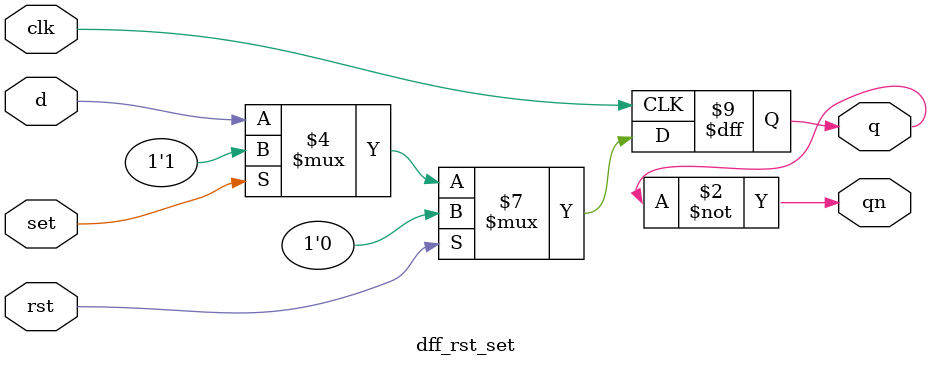
<source format=v>
module dff_rst_set (
    input clk,
    input rst,
    input set,
    input d,
    output q,
    output qn
);

reg q;

always @(posedge clk) begin
    if (rst) begin
        q <= 0;
    end
    else if (set) begin
        q <= 1;
    end
    else begin
        q <= d;
    end
end

assign qn = ~q;

endmodule
</source>
